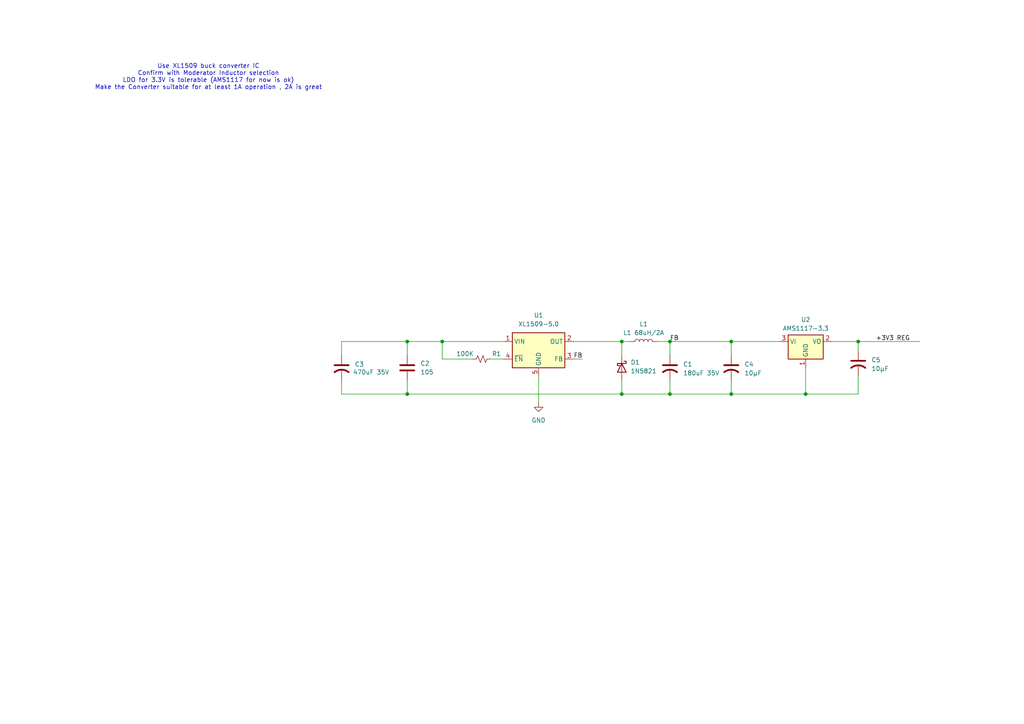
<source format=kicad_sch>
(kicad_sch
	(version 20250114)
	(generator "eeschema")
	(generator_version "9.0")
	(uuid "ae765003-b098-4062-83a2-edfe36020103")
	(paper "A4")
	(lib_symbols
		(symbol "Device:C"
			(pin_numbers
				(hide yes)
			)
			(pin_names
				(offset 0.254)
			)
			(exclude_from_sim no)
			(in_bom yes)
			(on_board yes)
			(property "Reference" "C"
				(at 0.635 2.54 0)
				(effects
					(font
						(size 1.27 1.27)
					)
					(justify left)
				)
			)
			(property "Value" "C"
				(at 0.635 -2.54 0)
				(effects
					(font
						(size 1.27 1.27)
					)
					(justify left)
				)
			)
			(property "Footprint" ""
				(at 0.9652 -3.81 0)
				(effects
					(font
						(size 1.27 1.27)
					)
					(hide yes)
				)
			)
			(property "Datasheet" "~"
				(at 0 0 0)
				(effects
					(font
						(size 1.27 1.27)
					)
					(hide yes)
				)
			)
			(property "Description" "Unpolarized capacitor"
				(at 0 0 0)
				(effects
					(font
						(size 1.27 1.27)
					)
					(hide yes)
				)
			)
			(property "ki_keywords" "cap capacitor"
				(at 0 0 0)
				(effects
					(font
						(size 1.27 1.27)
					)
					(hide yes)
				)
			)
			(property "ki_fp_filters" "C_*"
				(at 0 0 0)
				(effects
					(font
						(size 1.27 1.27)
					)
					(hide yes)
				)
			)
			(symbol "C_0_1"
				(polyline
					(pts
						(xy -2.032 0.762) (xy 2.032 0.762)
					)
					(stroke
						(width 0.508)
						(type default)
					)
					(fill
						(type none)
					)
				)
				(polyline
					(pts
						(xy -2.032 -0.762) (xy 2.032 -0.762)
					)
					(stroke
						(width 0.508)
						(type default)
					)
					(fill
						(type none)
					)
				)
			)
			(symbol "C_1_1"
				(pin passive line
					(at 0 3.81 270)
					(length 2.794)
					(name "~"
						(effects
							(font
								(size 1.27 1.27)
							)
						)
					)
					(number "1"
						(effects
							(font
								(size 1.27 1.27)
							)
						)
					)
				)
				(pin passive line
					(at 0 -3.81 90)
					(length 2.794)
					(name "~"
						(effects
							(font
								(size 1.27 1.27)
							)
						)
					)
					(number "2"
						(effects
							(font
								(size 1.27 1.27)
							)
						)
					)
				)
			)
			(embedded_fonts no)
		)
		(symbol "Device:C_US"
			(pin_numbers
				(hide yes)
			)
			(pin_names
				(offset 0.254)
				(hide yes)
			)
			(exclude_from_sim no)
			(in_bom yes)
			(on_board yes)
			(property "Reference" "C"
				(at 0.635 2.54 0)
				(effects
					(font
						(size 1.27 1.27)
					)
					(justify left)
				)
			)
			(property "Value" "C_US"
				(at 0.635 -2.54 0)
				(effects
					(font
						(size 1.27 1.27)
					)
					(justify left)
				)
			)
			(property "Footprint" ""
				(at 0 0 0)
				(effects
					(font
						(size 1.27 1.27)
					)
					(hide yes)
				)
			)
			(property "Datasheet" ""
				(at 0 0 0)
				(effects
					(font
						(size 1.27 1.27)
					)
					(hide yes)
				)
			)
			(property "Description" "capacitor, US symbol"
				(at 0 0 0)
				(effects
					(font
						(size 1.27 1.27)
					)
					(hide yes)
				)
			)
			(property "ki_keywords" "cap capacitor"
				(at 0 0 0)
				(effects
					(font
						(size 1.27 1.27)
					)
					(hide yes)
				)
			)
			(property "ki_fp_filters" "C_*"
				(at 0 0 0)
				(effects
					(font
						(size 1.27 1.27)
					)
					(hide yes)
				)
			)
			(symbol "C_US_0_1"
				(polyline
					(pts
						(xy -2.032 0.762) (xy 2.032 0.762)
					)
					(stroke
						(width 0.508)
						(type default)
					)
					(fill
						(type none)
					)
				)
				(arc
					(start -2.032 -1.27)
					(mid 0 -0.5572)
					(end 2.032 -1.27)
					(stroke
						(width 0.508)
						(type default)
					)
					(fill
						(type none)
					)
				)
			)
			(symbol "C_US_1_1"
				(pin passive line
					(at 0 3.81 270)
					(length 2.794)
					(name "~"
						(effects
							(font
								(size 1.27 1.27)
							)
						)
					)
					(number "1"
						(effects
							(font
								(size 1.27 1.27)
							)
						)
					)
				)
				(pin passive line
					(at 0 -3.81 90)
					(length 3.302)
					(name "~"
						(effects
							(font
								(size 1.27 1.27)
							)
						)
					)
					(number "2"
						(effects
							(font
								(size 1.27 1.27)
							)
						)
					)
				)
			)
			(embedded_fonts no)
		)
		(symbol "Device:L"
			(pin_numbers
				(hide yes)
			)
			(pin_names
				(offset 1.016)
				(hide yes)
			)
			(exclude_from_sim no)
			(in_bom yes)
			(on_board yes)
			(property "Reference" "L"
				(at -1.27 0 90)
				(effects
					(font
						(size 1.27 1.27)
					)
				)
			)
			(property "Value" "L"
				(at 1.905 0 90)
				(effects
					(font
						(size 1.27 1.27)
					)
				)
			)
			(property "Footprint" ""
				(at 0 0 0)
				(effects
					(font
						(size 1.27 1.27)
					)
					(hide yes)
				)
			)
			(property "Datasheet" "~"
				(at 0 0 0)
				(effects
					(font
						(size 1.27 1.27)
					)
					(hide yes)
				)
			)
			(property "Description" "Inductor"
				(at 0 0 0)
				(effects
					(font
						(size 1.27 1.27)
					)
					(hide yes)
				)
			)
			(property "ki_keywords" "inductor choke coil reactor magnetic"
				(at 0 0 0)
				(effects
					(font
						(size 1.27 1.27)
					)
					(hide yes)
				)
			)
			(property "ki_fp_filters" "Choke_* *Coil* Inductor_* L_*"
				(at 0 0 0)
				(effects
					(font
						(size 1.27 1.27)
					)
					(hide yes)
				)
			)
			(symbol "L_0_1"
				(arc
					(start 0 2.54)
					(mid 0.6323 1.905)
					(end 0 1.27)
					(stroke
						(width 0)
						(type default)
					)
					(fill
						(type none)
					)
				)
				(arc
					(start 0 1.27)
					(mid 0.6323 0.635)
					(end 0 0)
					(stroke
						(width 0)
						(type default)
					)
					(fill
						(type none)
					)
				)
				(arc
					(start 0 0)
					(mid 0.6323 -0.635)
					(end 0 -1.27)
					(stroke
						(width 0)
						(type default)
					)
					(fill
						(type none)
					)
				)
				(arc
					(start 0 -1.27)
					(mid 0.6323 -1.905)
					(end 0 -2.54)
					(stroke
						(width 0)
						(type default)
					)
					(fill
						(type none)
					)
				)
			)
			(symbol "L_1_1"
				(pin passive line
					(at 0 3.81 270)
					(length 1.27)
					(name "1"
						(effects
							(font
								(size 1.27 1.27)
							)
						)
					)
					(number "1"
						(effects
							(font
								(size 1.27 1.27)
							)
						)
					)
				)
				(pin passive line
					(at 0 -3.81 90)
					(length 1.27)
					(name "2"
						(effects
							(font
								(size 1.27 1.27)
							)
						)
					)
					(number "2"
						(effects
							(font
								(size 1.27 1.27)
							)
						)
					)
				)
			)
			(embedded_fonts no)
		)
		(symbol "Device:R_Small_US"
			(pin_numbers
				(hide yes)
			)
			(pin_names
				(offset 0.254)
				(hide yes)
			)
			(exclude_from_sim no)
			(in_bom yes)
			(on_board yes)
			(property "Reference" "R"
				(at 0.762 0.508 0)
				(effects
					(font
						(size 1.27 1.27)
					)
					(justify left)
				)
			)
			(property "Value" "R_Small_US"
				(at 0.762 -1.016 0)
				(effects
					(font
						(size 1.27 1.27)
					)
					(justify left)
				)
			)
			(property "Footprint" ""
				(at 0 0 0)
				(effects
					(font
						(size 1.27 1.27)
					)
					(hide yes)
				)
			)
			(property "Datasheet" "~"
				(at 0 0 0)
				(effects
					(font
						(size 1.27 1.27)
					)
					(hide yes)
				)
			)
			(property "Description" "Resistor, small US symbol"
				(at 0 0 0)
				(effects
					(font
						(size 1.27 1.27)
					)
					(hide yes)
				)
			)
			(property "ki_keywords" "r resistor"
				(at 0 0 0)
				(effects
					(font
						(size 1.27 1.27)
					)
					(hide yes)
				)
			)
			(property "ki_fp_filters" "R_*"
				(at 0 0 0)
				(effects
					(font
						(size 1.27 1.27)
					)
					(hide yes)
				)
			)
			(symbol "R_Small_US_1_1"
				(polyline
					(pts
						(xy 0 1.524) (xy 1.016 1.143) (xy 0 0.762) (xy -1.016 0.381) (xy 0 0)
					)
					(stroke
						(width 0)
						(type default)
					)
					(fill
						(type none)
					)
				)
				(polyline
					(pts
						(xy 0 0) (xy 1.016 -0.381) (xy 0 -0.762) (xy -1.016 -1.143) (xy 0 -1.524)
					)
					(stroke
						(width 0)
						(type default)
					)
					(fill
						(type none)
					)
				)
				(pin passive line
					(at 0 2.54 270)
					(length 1.016)
					(name "~"
						(effects
							(font
								(size 1.27 1.27)
							)
						)
					)
					(number "1"
						(effects
							(font
								(size 1.27 1.27)
							)
						)
					)
				)
				(pin passive line
					(at 0 -2.54 90)
					(length 1.016)
					(name "~"
						(effects
							(font
								(size 1.27 1.27)
							)
						)
					)
					(number "2"
						(effects
							(font
								(size 1.27 1.27)
							)
						)
					)
				)
			)
			(embedded_fonts no)
		)
		(symbol "Diode:1N5821"
			(pin_numbers
				(hide yes)
			)
			(pin_names
				(offset 1.016)
				(hide yes)
			)
			(exclude_from_sim no)
			(in_bom yes)
			(on_board yes)
			(property "Reference" "D"
				(at 0 2.54 0)
				(effects
					(font
						(size 1.27 1.27)
					)
				)
			)
			(property "Value" "1N5821"
				(at 0 -2.54 0)
				(effects
					(font
						(size 1.27 1.27)
					)
				)
			)
			(property "Footprint" "Diode_THT:D_DO-201AD_P15.24mm_Horizontal"
				(at 0 -4.445 0)
				(effects
					(font
						(size 1.27 1.27)
					)
					(hide yes)
				)
			)
			(property "Datasheet" "http://www.vishay.com/docs/88526/1n5820.pdf"
				(at 0 0 0)
				(effects
					(font
						(size 1.27 1.27)
					)
					(hide yes)
				)
			)
			(property "Description" "30V 3A Schottky Barrier Rectifier Diode, DO-201AD"
				(at 0 0 0)
				(effects
					(font
						(size 1.27 1.27)
					)
					(hide yes)
				)
			)
			(property "ki_keywords" "diode Schottky"
				(at 0 0 0)
				(effects
					(font
						(size 1.27 1.27)
					)
					(hide yes)
				)
			)
			(property "ki_fp_filters" "D*DO?201AD*"
				(at 0 0 0)
				(effects
					(font
						(size 1.27 1.27)
					)
					(hide yes)
				)
			)
			(symbol "1N5821_0_1"
				(polyline
					(pts
						(xy -1.905 0.635) (xy -1.905 1.27) (xy -1.27 1.27) (xy -1.27 -1.27) (xy -0.635 -1.27) (xy -0.635 -0.635)
					)
					(stroke
						(width 0.254)
						(type default)
					)
					(fill
						(type none)
					)
				)
				(polyline
					(pts
						(xy 1.27 1.27) (xy 1.27 -1.27) (xy -1.27 0) (xy 1.27 1.27)
					)
					(stroke
						(width 0.254)
						(type default)
					)
					(fill
						(type none)
					)
				)
				(polyline
					(pts
						(xy 1.27 0) (xy -1.27 0)
					)
					(stroke
						(width 0)
						(type default)
					)
					(fill
						(type none)
					)
				)
			)
			(symbol "1N5821_1_1"
				(pin passive line
					(at -3.81 0 0)
					(length 2.54)
					(name "K"
						(effects
							(font
								(size 1.27 1.27)
							)
						)
					)
					(number "1"
						(effects
							(font
								(size 1.27 1.27)
							)
						)
					)
				)
				(pin passive line
					(at 3.81 0 180)
					(length 2.54)
					(name "A"
						(effects
							(font
								(size 1.27 1.27)
							)
						)
					)
					(number "2"
						(effects
							(font
								(size 1.27 1.27)
							)
						)
					)
				)
			)
			(embedded_fonts no)
		)
		(symbol "Regulator_Linear:AMS1117-3.3"
			(exclude_from_sim no)
			(in_bom yes)
			(on_board yes)
			(property "Reference" "U"
				(at -3.81 3.175 0)
				(effects
					(font
						(size 1.27 1.27)
					)
				)
			)
			(property "Value" "AMS1117-3.3"
				(at 0 3.175 0)
				(effects
					(font
						(size 1.27 1.27)
					)
					(justify left)
				)
			)
			(property "Footprint" "Package_TO_SOT_SMD:SOT-223-3_TabPin2"
				(at 0 5.08 0)
				(effects
					(font
						(size 1.27 1.27)
					)
					(hide yes)
				)
			)
			(property "Datasheet" "http://www.advanced-monolithic.com/pdf/ds1117.pdf"
				(at 2.54 -6.35 0)
				(effects
					(font
						(size 1.27 1.27)
					)
					(hide yes)
				)
			)
			(property "Description" "1A Low Dropout regulator, positive, 3.3V fixed output, SOT-223"
				(at 0 0 0)
				(effects
					(font
						(size 1.27 1.27)
					)
					(hide yes)
				)
			)
			(property "ki_keywords" "linear regulator ldo fixed positive"
				(at 0 0 0)
				(effects
					(font
						(size 1.27 1.27)
					)
					(hide yes)
				)
			)
			(property "ki_fp_filters" "SOT?223*TabPin2*"
				(at 0 0 0)
				(effects
					(font
						(size 1.27 1.27)
					)
					(hide yes)
				)
			)
			(symbol "AMS1117-3.3_0_1"
				(rectangle
					(start -5.08 -5.08)
					(end 5.08 1.905)
					(stroke
						(width 0.254)
						(type default)
					)
					(fill
						(type background)
					)
				)
			)
			(symbol "AMS1117-3.3_1_1"
				(pin power_in line
					(at -7.62 0 0)
					(length 2.54)
					(name "VI"
						(effects
							(font
								(size 1.27 1.27)
							)
						)
					)
					(number "3"
						(effects
							(font
								(size 1.27 1.27)
							)
						)
					)
				)
				(pin power_in line
					(at 0 -7.62 90)
					(length 2.54)
					(name "GND"
						(effects
							(font
								(size 1.27 1.27)
							)
						)
					)
					(number "1"
						(effects
							(font
								(size 1.27 1.27)
							)
						)
					)
				)
				(pin power_out line
					(at 7.62 0 180)
					(length 2.54)
					(name "VO"
						(effects
							(font
								(size 1.27 1.27)
							)
						)
					)
					(number "2"
						(effects
							(font
								(size 1.27 1.27)
							)
						)
					)
				)
			)
			(embedded_fonts no)
		)
		(symbol "Regulator_Switching:XL1509-5.0"
			(exclude_from_sim no)
			(in_bom yes)
			(on_board yes)
			(property "Reference" "U"
				(at -7.112 6.096 0)
				(effects
					(font
						(size 1.27 1.27)
					)
				)
			)
			(property "Value" "XL1509-5.0"
				(at 5.842 6.096 0)
				(effects
					(font
						(size 1.27 1.27)
					)
				)
			)
			(property "Footprint" "Package_SO:SOIC-8_3.9x4.9mm_P1.27mm"
				(at 0 8.382 0)
				(effects
					(font
						(size 1.27 1.27)
					)
					(hide yes)
				)
			)
			(property "Datasheet" "https://datasheet.lcsc.com/lcsc/1809050422_XLSEMI-XL1509-5-0E1_C61063.pdf"
				(at 2.54 10.668 0)
				(effects
					(font
						(size 1.27 1.27)
					)
					(hide yes)
				)
			)
			(property "Description" "Buck DC/DC Converter, 2A, 5V Output Voltage, 7-40V Input Voltage"
				(at 0 0 0)
				(effects
					(font
						(size 1.27 1.27)
					)
					(hide yes)
				)
			)
			(property "ki_keywords" "Buck DC/DC Converter"
				(at 0 0 0)
				(effects
					(font
						(size 1.27 1.27)
					)
					(hide yes)
				)
			)
			(property "ki_fp_filters" "SOIC*3.9x4.9mm*P1.27mm*"
				(at 0 0 0)
				(effects
					(font
						(size 1.27 1.27)
					)
					(hide yes)
				)
			)
			(symbol "XL1509-5.0_0_1"
				(rectangle
					(start -7.62 5.08)
					(end 7.62 -5.08)
					(stroke
						(width 0.254)
						(type default)
					)
					(fill
						(type background)
					)
				)
			)
			(symbol "XL1509-5.0_1_1"
				(pin power_in line
					(at -10.16 2.54 0)
					(length 2.54)
					(name "VIN"
						(effects
							(font
								(size 1.27 1.27)
							)
						)
					)
					(number "1"
						(effects
							(font
								(size 1.27 1.27)
							)
						)
					)
				)
				(pin input line
					(at -10.16 -2.54 0)
					(length 2.54)
					(name "~{EN}"
						(effects
							(font
								(size 1.27 1.27)
							)
						)
					)
					(number "4"
						(effects
							(font
								(size 1.27 1.27)
							)
						)
					)
				)
				(pin power_in line
					(at 0 -7.62 90)
					(length 2.54)
					(name "GND"
						(effects
							(font
								(size 1.27 1.27)
							)
						)
					)
					(number "5"
						(effects
							(font
								(size 1.27 1.27)
							)
						)
					)
				)
				(pin passive line
					(at 0 -7.62 90)
					(length 2.54)
					(hide yes)
					(name "GND"
						(effects
							(font
								(size 1.27 1.27)
							)
						)
					)
					(number "6"
						(effects
							(font
								(size 1.27 1.27)
							)
						)
					)
				)
				(pin passive line
					(at 0 -7.62 90)
					(length 2.54)
					(hide yes)
					(name "GND"
						(effects
							(font
								(size 1.27 1.27)
							)
						)
					)
					(number "7"
						(effects
							(font
								(size 1.27 1.27)
							)
						)
					)
				)
				(pin passive line
					(at 0 -7.62 90)
					(length 2.54)
					(hide yes)
					(name "GND"
						(effects
							(font
								(size 1.27 1.27)
							)
						)
					)
					(number "8"
						(effects
							(font
								(size 1.27 1.27)
							)
						)
					)
				)
				(pin power_out line
					(at 10.16 2.54 180)
					(length 2.54)
					(name "OUT"
						(effects
							(font
								(size 1.27 1.27)
							)
						)
					)
					(number "2"
						(effects
							(font
								(size 1.27 1.27)
							)
						)
					)
				)
				(pin input line
					(at 10.16 -2.54 180)
					(length 2.54)
					(name "FB"
						(effects
							(font
								(size 1.27 1.27)
							)
						)
					)
					(number "3"
						(effects
							(font
								(size 1.27 1.27)
							)
						)
					)
				)
			)
			(embedded_fonts no)
		)
		(symbol "power:GND"
			(power)
			(pin_numbers
				(hide yes)
			)
			(pin_names
				(offset 0)
				(hide yes)
			)
			(exclude_from_sim no)
			(in_bom yes)
			(on_board yes)
			(property "Reference" "#PWR"
				(at 0 -6.35 0)
				(effects
					(font
						(size 1.27 1.27)
					)
					(hide yes)
				)
			)
			(property "Value" "GND"
				(at 0 -3.81 0)
				(effects
					(font
						(size 1.27 1.27)
					)
				)
			)
			(property "Footprint" ""
				(at 0 0 0)
				(effects
					(font
						(size 1.27 1.27)
					)
					(hide yes)
				)
			)
			(property "Datasheet" ""
				(at 0 0 0)
				(effects
					(font
						(size 1.27 1.27)
					)
					(hide yes)
				)
			)
			(property "Description" "Power symbol creates a global label with name \"GND\" , ground"
				(at 0 0 0)
				(effects
					(font
						(size 1.27 1.27)
					)
					(hide yes)
				)
			)
			(property "ki_keywords" "global power"
				(at 0 0 0)
				(effects
					(font
						(size 1.27 1.27)
					)
					(hide yes)
				)
			)
			(symbol "GND_0_1"
				(polyline
					(pts
						(xy 0 0) (xy 0 -1.27) (xy 1.27 -1.27) (xy 0 -2.54) (xy -1.27 -1.27) (xy 0 -1.27)
					)
					(stroke
						(width 0)
						(type default)
					)
					(fill
						(type none)
					)
				)
			)
			(symbol "GND_1_1"
				(pin power_in line
					(at 0 0 270)
					(length 0)
					(name "~"
						(effects
							(font
								(size 1.27 1.27)
							)
						)
					)
					(number "1"
						(effects
							(font
								(size 1.27 1.27)
							)
						)
					)
				)
			)
			(embedded_fonts no)
		)
	)
	(text "Use XL1509 buck converter IC\nConfirm with Moderator Inductor selection\nLDO for 3.3V is tolerable (AMS1117 for now is ok)\nMake the Converter suitable for at least 1A operation , 2A is great\n"
		(exclude_from_sim no)
		(at 60.452 22.352 0)
		(effects
			(font
				(size 1.27 1.27)
			)
		)
		(uuid "d02b0ce2-29f9-4775-b5a4-1d2f4f6675eb")
	)
	(junction
		(at 194.31 114.3)
		(diameter 0)
		(color 0 0 0 0)
		(uuid "1c21403f-c583-49ff-bb2e-4d95ff38c895")
	)
	(junction
		(at 118.11 114.3)
		(diameter 0)
		(color 0 0 0 0)
		(uuid "2057fb16-5a98-4a27-9240-70b6ae518546")
	)
	(junction
		(at 248.92 99.06)
		(diameter 0)
		(color 0 0 0 0)
		(uuid "3aea3328-e957-4482-969b-508a152a9377")
	)
	(junction
		(at 180.34 99.06)
		(diameter 0)
		(color 0 0 0 0)
		(uuid "476a11d6-b585-4498-b2d1-e13cacb34dd0")
	)
	(junction
		(at 233.68 114.3)
		(diameter 0)
		(color 0 0 0 0)
		(uuid "494ceff8-480f-4fce-8097-ec5baa6baa88")
	)
	(junction
		(at 128.27 99.06)
		(diameter 0)
		(color 0 0 0 0)
		(uuid "4d5cb38f-cb4e-4e25-b58f-35d977cf3ba1")
	)
	(junction
		(at 180.34 114.3)
		(diameter 0)
		(color 0 0 0 0)
		(uuid "782ca3ef-abf3-4fef-b89a-ce03f6043cbe")
	)
	(junction
		(at 118.11 99.06)
		(diameter 0)
		(color 0 0 0 0)
		(uuid "79f1ffdb-fc67-4e24-97bd-79d51698a16c")
	)
	(junction
		(at 212.09 114.3)
		(diameter 0)
		(color 0 0 0 0)
		(uuid "a4e7815b-22cb-4da7-98a8-dc296d9b41f2")
	)
	(junction
		(at 194.31 99.06)
		(diameter 0)
		(color 0 0 0 0)
		(uuid "a8fdcbab-3632-45ea-a0e2-b3bbd6d4bac4")
	)
	(junction
		(at 212.09 99.06)
		(diameter 0)
		(color 0 0 0 0)
		(uuid "e811bbec-9a05-464d-9cb4-6130fa91f3a6")
	)
	(wire
		(pts
			(xy 194.31 114.3) (xy 212.09 114.3)
		)
		(stroke
			(width 0)
			(type default)
		)
		(uuid "1e26d059-a696-4eef-8046-3085b52145e7")
	)
	(wire
		(pts
			(xy 180.34 114.3) (xy 194.31 114.3)
		)
		(stroke
			(width 0)
			(type default)
		)
		(uuid "1e2a18dc-928d-4412-b339-65ba55a9dbc1")
	)
	(wire
		(pts
			(xy 233.68 106.68) (xy 233.68 114.3)
		)
		(stroke
			(width 0)
			(type default)
		)
		(uuid "2aba8581-0685-4614-8994-000fd60ad088")
	)
	(wire
		(pts
			(xy 233.68 114.3) (xy 248.92 114.3)
		)
		(stroke
			(width 0)
			(type default)
		)
		(uuid "2aeddb23-10c2-46a9-8c8a-afb4811a0ade")
	)
	(wire
		(pts
			(xy 118.11 114.3) (xy 180.34 114.3)
		)
		(stroke
			(width 0)
			(type default)
		)
		(uuid "2e460729-88b4-4924-a1c7-06e988f592d7")
	)
	(wire
		(pts
			(xy 212.09 99.06) (xy 226.06 99.06)
		)
		(stroke
			(width 0)
			(type default)
		)
		(uuid "2ea4e97c-15aa-4f0a-b979-67b9ffda7702")
	)
	(wire
		(pts
			(xy 248.92 99.06) (xy 266.7 99.06)
		)
		(stroke
			(width 0)
			(type default)
		)
		(uuid "37c6cebc-3e27-4721-b0fc-f055cd2bfdb2")
	)
	(wire
		(pts
			(xy 212.09 99.06) (xy 212.09 102.87)
		)
		(stroke
			(width 0)
			(type default)
		)
		(uuid "40ba4917-10aa-4289-8936-cdf5ea400279")
	)
	(wire
		(pts
			(xy 166.37 99.06) (xy 180.34 99.06)
		)
		(stroke
			(width 0)
			(type default)
		)
		(uuid "565dcafb-68ea-459e-b0d5-5690fd03d644")
	)
	(wire
		(pts
			(xy 182.88 99.06) (xy 180.34 99.06)
		)
		(stroke
			(width 0)
			(type default)
		)
		(uuid "584dab38-ba49-41a3-becf-0b38a224ef27")
	)
	(wire
		(pts
			(xy 180.34 110.49) (xy 180.34 114.3)
		)
		(stroke
			(width 0)
			(type default)
		)
		(uuid "5e511b40-9c64-4654-ba6d-9ea90023d95d")
	)
	(wire
		(pts
			(xy 190.5 99.06) (xy 194.31 99.06)
		)
		(stroke
			(width 0)
			(type default)
		)
		(uuid "6aeec266-0796-4186-b1cc-42cb0b30346c")
	)
	(wire
		(pts
			(xy 248.92 109.22) (xy 248.92 114.3)
		)
		(stroke
			(width 0)
			(type default)
		)
		(uuid "6b9fa3b0-f6e9-4143-a734-05204043b8c2")
	)
	(wire
		(pts
			(xy 99.06 99.06) (xy 118.11 99.06)
		)
		(stroke
			(width 0)
			(type default)
		)
		(uuid "6df45c11-066d-4440-a6b6-6b24d72d3497")
	)
	(wire
		(pts
			(xy 156.21 109.22) (xy 156.21 116.84)
		)
		(stroke
			(width 0)
			(type default)
		)
		(uuid "6fc58141-3d3d-4bd8-8f49-e35ca79e8d40")
	)
	(wire
		(pts
			(xy 212.09 110.49) (xy 212.09 114.3)
		)
		(stroke
			(width 0)
			(type default)
		)
		(uuid "75da2394-c2e3-40f7-8d33-714ec207941f")
	)
	(wire
		(pts
			(xy 194.31 99.06) (xy 212.09 99.06)
		)
		(stroke
			(width 0)
			(type default)
		)
		(uuid "7e4e9468-d08b-4fa9-9c9f-3c9dee773e89")
	)
	(wire
		(pts
			(xy 118.11 102.87) (xy 118.11 99.06)
		)
		(stroke
			(width 0)
			(type default)
		)
		(uuid "864adb21-9181-4d41-a3f8-023741013fc8")
	)
	(wire
		(pts
			(xy 118.11 110.49) (xy 118.11 114.3)
		)
		(stroke
			(width 0)
			(type default)
		)
		(uuid "88b242fc-aac9-4fd1-a803-bb3b4d0a8220")
	)
	(wire
		(pts
			(xy 128.27 99.06) (xy 146.05 99.06)
		)
		(stroke
			(width 0)
			(type default)
		)
		(uuid "8dcb5280-7dff-49a4-b701-70159ba869bc")
	)
	(wire
		(pts
			(xy 248.92 99.06) (xy 248.92 101.6)
		)
		(stroke
			(width 0)
			(type default)
		)
		(uuid "8ef5846c-6801-4cb9-a48f-65ff25b0e726")
	)
	(wire
		(pts
			(xy 128.27 104.14) (xy 137.16 104.14)
		)
		(stroke
			(width 0)
			(type default)
		)
		(uuid "8efe6d95-2429-4f99-8272-66c21c2fe4d5")
	)
	(wire
		(pts
			(xy 241.3 99.06) (xy 248.92 99.06)
		)
		(stroke
			(width 0)
			(type default)
		)
		(uuid "9218c6ae-db5c-4c2b-b260-4b11dc6493c8")
	)
	(wire
		(pts
			(xy 194.31 99.06) (xy 194.31 102.87)
		)
		(stroke
			(width 0)
			(type default)
		)
		(uuid "97a95a65-2a9d-416b-ba32-f185c53f7f46")
	)
	(wire
		(pts
			(xy 128.27 99.06) (xy 128.27 104.14)
		)
		(stroke
			(width 0)
			(type default)
		)
		(uuid "9c1bab76-19d5-4fad-ab0e-3c3563ec3a1d")
	)
	(wire
		(pts
			(xy 99.06 102.87) (xy 99.06 99.06)
		)
		(stroke
			(width 0)
			(type default)
		)
		(uuid "a3205ef8-b6f1-4734-8118-d49d1eeaff35")
	)
	(wire
		(pts
			(xy 212.09 114.3) (xy 233.68 114.3)
		)
		(stroke
			(width 0)
			(type default)
		)
		(uuid "c3f599d8-4b5f-4b53-bd6f-144401a2c88e")
	)
	(wire
		(pts
			(xy 99.06 114.3) (xy 118.11 114.3)
		)
		(stroke
			(width 0)
			(type default)
		)
		(uuid "d088d667-9d8b-4962-b380-66e672a132d9")
	)
	(wire
		(pts
			(xy 180.34 99.06) (xy 180.34 102.87)
		)
		(stroke
			(width 0)
			(type default)
		)
		(uuid "d584a342-0ecb-4d0e-8c16-b61e151228c5")
	)
	(wire
		(pts
			(xy 118.11 99.06) (xy 128.27 99.06)
		)
		(stroke
			(width 0)
			(type default)
		)
		(uuid "e10164f9-d4a7-427e-adf2-71ef4ee7faa5")
	)
	(wire
		(pts
			(xy 194.31 110.49) (xy 194.31 114.3)
		)
		(stroke
			(width 0)
			(type default)
		)
		(uuid "e477add9-97c3-485b-a1d4-4015193fd649")
	)
	(wire
		(pts
			(xy 99.06 110.49) (xy 99.06 114.3)
		)
		(stroke
			(width 0)
			(type default)
		)
		(uuid "e583e14b-2599-47d7-820a-2cc54ac8cb18")
	)
	(wire
		(pts
			(xy 166.37 104.14) (xy 168.91 104.14)
		)
		(stroke
			(width 0)
			(type default)
		)
		(uuid "e77dc31f-4ef8-4a93-8016-754d5f3c277e")
	)
	(wire
		(pts
			(xy 142.24 104.14) (xy 146.05 104.14)
		)
		(stroke
			(width 0)
			(type default)
		)
		(uuid "eaf19119-89b7-400f-b3c2-21f7873ce45e")
	)
	(label "+3V3 REG"
		(at 254 99.06 0)
		(effects
			(font
				(size 1.27 1.27)
			)
			(justify left bottom)
		)
		(uuid "17a63b62-802a-4cf4-acda-27c2208c0f0d")
	)
	(label "FB"
		(at 194.31 99.06 0)
		(effects
			(font
				(size 1.27 1.27)
			)
			(justify left bottom)
		)
		(uuid "594c6a30-5db5-4279-843c-d45daf099820")
	)
	(label "FB"
		(at 166.37 104.14 0)
		(effects
			(font
				(size 1.27 1.27)
			)
			(justify left bottom)
		)
		(uuid "5cd61bbc-b9ed-4155-b01a-e94a1c750ccd")
	)
	(symbol
		(lib_id "Device:C_US")
		(at 99.06 106.68 0)
		(unit 1)
		(exclude_from_sim no)
		(in_bom yes)
		(on_board yes)
		(dnp no)
		(uuid "0dd904c9-030e-4d12-ae19-2ee8bf5be9cd")
		(property "Reference" "C3"
			(at 102.87 105.6639 0)
			(effects
				(font
					(size 1.27 1.27)
				)
				(justify left)
			)
		)
		(property "Value" "470uF 35V"
			(at 102.362 107.95 0)
			(effects
				(font
					(size 1.27 1.27)
				)
				(justify left)
			)
		)
		(property "Footprint" ""
			(at 99.06 106.68 0)
			(effects
				(font
					(size 1.27 1.27)
				)
				(hide yes)
			)
		)
		(property "Datasheet" ""
			(at 99.06 106.68 0)
			(effects
				(font
					(size 1.27 1.27)
				)
				(hide yes)
			)
		)
		(property "Description" "capacitor, US symbol"
			(at 99.06 106.68 0)
			(effects
				(font
					(size 1.27 1.27)
				)
				(hide yes)
			)
		)
		(pin "1"
			(uuid "3ec06583-0fd0-4832-a948-041b3362740c")
		)
		(pin "2"
			(uuid "5bd864c9-be1c-4237-b6cd-a92e248979a6")
		)
		(instances
			(project "PowerConverter"
				(path "/ae765003-b098-4062-83a2-edfe36020103"
					(reference "C3")
					(unit 1)
				)
			)
		)
	)
	(symbol
		(lib_id "Regulator_Switching:XL1509-5.0")
		(at 156.21 101.6 0)
		(unit 1)
		(exclude_from_sim no)
		(in_bom yes)
		(on_board yes)
		(dnp no)
		(fields_autoplaced yes)
		(uuid "18ab8da3-1e4a-4e3e-9211-020e78a208c5")
		(property "Reference" "U1"
			(at 156.21 91.44 0)
			(effects
				(font
					(size 1.27 1.27)
				)
			)
		)
		(property "Value" "XL1509-5.0"
			(at 156.21 93.98 0)
			(effects
				(font
					(size 1.27 1.27)
				)
			)
		)
		(property "Footprint" "Package_SO:SOIC-8_3.9x4.9mm_P1.27mm"
			(at 156.21 93.218 0)
			(effects
				(font
					(size 1.27 1.27)
				)
				(hide yes)
			)
		)
		(property "Datasheet" "https://datasheet.lcsc.com/lcsc/1809050422_XLSEMI-XL1509-5-0E1_C61063.pdf"
			(at 158.75 90.932 0)
			(effects
				(font
					(size 1.27 1.27)
				)
				(hide yes)
			)
		)
		(property "Description" "Buck DC/DC Converter, 2A, 5V Output Voltage, 7-40V Input Voltage"
			(at 156.21 101.6 0)
			(effects
				(font
					(size 1.27 1.27)
				)
				(hide yes)
			)
		)
		(pin "6"
			(uuid "3479664d-a67b-4fa1-8544-f4a491d2f15f")
		)
		(pin "1"
			(uuid "e49282ae-7b75-460a-b4c0-d72e05885d17")
		)
		(pin "7"
			(uuid "fc25f1a2-3d6a-4004-831a-50c3a1b3908d")
		)
		(pin "2"
			(uuid "4406a4b8-fcc6-4395-a62e-7ff290926c41")
		)
		(pin "5"
			(uuid "3133501a-12c4-4fb9-95b7-3fd2cd4ce2fd")
		)
		(pin "3"
			(uuid "5d77b4b5-3f8f-4ee7-a7aa-913502c5eab4")
		)
		(pin "8"
			(uuid "b28d026b-2545-41f4-9ea4-06c9169c9e87")
		)
		(pin "4"
			(uuid "c751c3f6-14e8-4be7-a0a1-a4df892e22e9")
		)
		(instances
			(project ""
				(path "/ae765003-b098-4062-83a2-edfe36020103"
					(reference "U1")
					(unit 1)
				)
			)
		)
	)
	(symbol
		(lib_id "Device:C_US")
		(at 212.09 106.68 0)
		(unit 1)
		(exclude_from_sim no)
		(in_bom yes)
		(on_board yes)
		(dnp no)
		(fields_autoplaced yes)
		(uuid "1b94a19f-d6d3-483c-ae57-7a174d54bd8f")
		(property "Reference" "C4"
			(at 215.9 105.6639 0)
			(effects
				(font
					(size 1.27 1.27)
				)
				(justify left)
			)
		)
		(property "Value" "10µF"
			(at 215.9 108.2039 0)
			(effects
				(font
					(size 1.27 1.27)
				)
				(justify left)
			)
		)
		(property "Footprint" ""
			(at 212.09 106.68 0)
			(effects
				(font
					(size 1.27 1.27)
				)
				(hide yes)
			)
		)
		(property "Datasheet" ""
			(at 212.09 106.68 0)
			(effects
				(font
					(size 1.27 1.27)
				)
				(hide yes)
			)
		)
		(property "Description" "capacitor, US symbol"
			(at 212.09 106.68 0)
			(effects
				(font
					(size 1.27 1.27)
				)
				(hide yes)
			)
		)
		(pin "1"
			(uuid "0a447252-0307-41e4-84f2-8b6e8d967c1e")
		)
		(pin "2"
			(uuid "04cd1ae3-1985-4c07-bd2d-021e1a8b2e55")
		)
		(instances
			(project "PowerConverter"
				(path "/ae765003-b098-4062-83a2-edfe36020103"
					(reference "C4")
					(unit 1)
				)
			)
		)
	)
	(symbol
		(lib_id "Device:C_US")
		(at 194.31 106.68 0)
		(unit 1)
		(exclude_from_sim no)
		(in_bom yes)
		(on_board yes)
		(dnp no)
		(fields_autoplaced yes)
		(uuid "65495858-7a30-49b7-97d3-a379cc5ab73a")
		(property "Reference" "C1"
			(at 198.12 105.6639 0)
			(effects
				(font
					(size 1.27 1.27)
				)
				(justify left)
			)
		)
		(property "Value" "180uF 35V"
			(at 198.12 108.2039 0)
			(effects
				(font
					(size 1.27 1.27)
				)
				(justify left)
			)
		)
		(property "Footprint" ""
			(at 194.31 106.68 0)
			(effects
				(font
					(size 1.27 1.27)
				)
				(hide yes)
			)
		)
		(property "Datasheet" ""
			(at 194.31 106.68 0)
			(effects
				(font
					(size 1.27 1.27)
				)
				(hide yes)
			)
		)
		(property "Description" "capacitor, US symbol"
			(at 194.31 106.68 0)
			(effects
				(font
					(size 1.27 1.27)
				)
				(hide yes)
			)
		)
		(pin "1"
			(uuid "f08c807e-8ce8-4339-ad3f-69f9d41b5ea0")
		)
		(pin "2"
			(uuid "3e0d6075-da42-4a0f-b9a9-67c0baeec45e")
		)
		(instances
			(project ""
				(path "/ae765003-b098-4062-83a2-edfe36020103"
					(reference "C1")
					(unit 1)
				)
			)
		)
	)
	(symbol
		(lib_id "Device:C_US")
		(at 248.92 105.41 0)
		(unit 1)
		(exclude_from_sim no)
		(in_bom yes)
		(on_board yes)
		(dnp no)
		(fields_autoplaced yes)
		(uuid "84e57f31-2ea2-4135-aa58-63a9c6f53c62")
		(property "Reference" "C5"
			(at 252.73 104.3939 0)
			(effects
				(font
					(size 1.27 1.27)
				)
				(justify left)
			)
		)
		(property "Value" "10µF"
			(at 252.73 106.9339 0)
			(effects
				(font
					(size 1.27 1.27)
				)
				(justify left)
			)
		)
		(property "Footprint" ""
			(at 248.92 105.41 0)
			(effects
				(font
					(size 1.27 1.27)
				)
				(hide yes)
			)
		)
		(property "Datasheet" ""
			(at 248.92 105.41 0)
			(effects
				(font
					(size 1.27 1.27)
				)
				(hide yes)
			)
		)
		(property "Description" "capacitor, US symbol"
			(at 248.92 105.41 0)
			(effects
				(font
					(size 1.27 1.27)
				)
				(hide yes)
			)
		)
		(pin "1"
			(uuid "1c6783f5-de5e-427e-9746-ca04b222f377")
		)
		(pin "2"
			(uuid "e960b7c1-354d-417f-b614-11e608cb5d5e")
		)
		(instances
			(project "PowerConverter"
				(path "/ae765003-b098-4062-83a2-edfe36020103"
					(reference "C5")
					(unit 1)
				)
			)
		)
	)
	(symbol
		(lib_id "power:GND")
		(at 156.21 116.84 0)
		(unit 1)
		(exclude_from_sim no)
		(in_bom yes)
		(on_board yes)
		(dnp no)
		(fields_autoplaced yes)
		(uuid "883e1ced-6fa9-41bd-a8ab-f3d6f633c124")
		(property "Reference" "#PWR01"
			(at 156.21 123.19 0)
			(effects
				(font
					(size 1.27 1.27)
				)
				(hide yes)
			)
		)
		(property "Value" "GND"
			(at 156.21 121.92 0)
			(effects
				(font
					(size 1.27 1.27)
				)
			)
		)
		(property "Footprint" ""
			(at 156.21 116.84 0)
			(effects
				(font
					(size 1.27 1.27)
				)
				(hide yes)
			)
		)
		(property "Datasheet" ""
			(at 156.21 116.84 0)
			(effects
				(font
					(size 1.27 1.27)
				)
				(hide yes)
			)
		)
		(property "Description" "Power symbol creates a global label with name \"GND\" , ground"
			(at 156.21 116.84 0)
			(effects
				(font
					(size 1.27 1.27)
				)
				(hide yes)
			)
		)
		(pin "1"
			(uuid "3274c363-fc59-4d0f-940a-85e9205fc1a5")
		)
		(instances
			(project ""
				(path "/ae765003-b098-4062-83a2-edfe36020103"
					(reference "#PWR01")
					(unit 1)
				)
			)
		)
	)
	(symbol
		(lib_id "Device:C")
		(at 118.11 106.68 0)
		(unit 1)
		(exclude_from_sim no)
		(in_bom yes)
		(on_board yes)
		(dnp no)
		(fields_autoplaced yes)
		(uuid "b45a62dc-c10d-4009-ab9f-609ffb4ea072")
		(property "Reference" "C2"
			(at 121.92 105.4099 0)
			(effects
				(font
					(size 1.27 1.27)
				)
				(justify left)
			)
		)
		(property "Value" "105"
			(at 121.92 107.9499 0)
			(effects
				(font
					(size 1.27 1.27)
				)
				(justify left)
			)
		)
		(property "Footprint" ""
			(at 119.0752 110.49 0)
			(effects
				(font
					(size 1.27 1.27)
				)
				(hide yes)
			)
		)
		(property "Datasheet" "~"
			(at 118.11 106.68 0)
			(effects
				(font
					(size 1.27 1.27)
				)
				(hide yes)
			)
		)
		(property "Description" "Unpolarized capacitor"
			(at 118.11 106.68 0)
			(effects
				(font
					(size 1.27 1.27)
				)
				(hide yes)
			)
		)
		(pin "2"
			(uuid "70956022-58e3-4589-b71e-46dff3f4cea8")
		)
		(pin "1"
			(uuid "254ee7b5-5d24-4959-917c-de79390280eb")
		)
		(instances
			(project ""
				(path "/ae765003-b098-4062-83a2-edfe36020103"
					(reference "C2")
					(unit 1)
				)
			)
		)
	)
	(symbol
		(lib_id "Device:L")
		(at 186.69 99.06 90)
		(unit 1)
		(exclude_from_sim no)
		(in_bom yes)
		(on_board yes)
		(dnp no)
		(fields_autoplaced yes)
		(uuid "c7202c6a-020c-4431-88b4-861c1c234d5f")
		(property "Reference" "L1"
			(at 186.69 93.98 90)
			(effects
				(font
					(size 1.27 1.27)
				)
			)
		)
		(property "Value" "L1 68uH/2A"
			(at 186.69 96.52 90)
			(effects
				(font
					(size 1.27 1.27)
				)
			)
		)
		(property "Footprint" ""
			(at 186.69 99.06 0)
			(effects
				(font
					(size 1.27 1.27)
				)
				(hide yes)
			)
		)
		(property "Datasheet" "~"
			(at 186.69 99.06 0)
			(effects
				(font
					(size 1.27 1.27)
				)
				(hide yes)
			)
		)
		(property "Description" "Inductor"
			(at 186.69 99.06 0)
			(effects
				(font
					(size 1.27 1.27)
				)
				(hide yes)
			)
		)
		(pin "1"
			(uuid "948bd351-2aa3-4b9d-a3a4-7458dee3d24e")
		)
		(pin "2"
			(uuid "2d112a31-2c21-49c8-ab6e-2940145d135f")
		)
		(instances
			(project ""
				(path "/ae765003-b098-4062-83a2-edfe36020103"
					(reference "L1")
					(unit 1)
				)
			)
		)
	)
	(symbol
		(lib_id "Regulator_Linear:AMS1117-3.3")
		(at 233.68 99.06 0)
		(unit 1)
		(exclude_from_sim no)
		(in_bom yes)
		(on_board yes)
		(dnp no)
		(fields_autoplaced yes)
		(uuid "daef4a16-71ca-4415-b944-dca9649837bd")
		(property "Reference" "U2"
			(at 233.68 92.71 0)
			(effects
				(font
					(size 1.27 1.27)
				)
			)
		)
		(property "Value" "AMS1117-3.3"
			(at 233.68 95.25 0)
			(effects
				(font
					(size 1.27 1.27)
				)
			)
		)
		(property "Footprint" "Package_TO_SOT_SMD:SOT-223-3_TabPin2"
			(at 233.68 93.98 0)
			(effects
				(font
					(size 1.27 1.27)
				)
				(hide yes)
			)
		)
		(property "Datasheet" "http://www.advanced-monolithic.com/pdf/ds1117.pdf"
			(at 236.22 105.41 0)
			(effects
				(font
					(size 1.27 1.27)
				)
				(hide yes)
			)
		)
		(property "Description" "1A Low Dropout regulator, positive, 3.3V fixed output, SOT-223"
			(at 233.68 99.06 0)
			(effects
				(font
					(size 1.27 1.27)
				)
				(hide yes)
			)
		)
		(pin "2"
			(uuid "49b3acad-af26-48fe-ab62-cab65b19af76")
		)
		(pin "3"
			(uuid "4eb12f37-c835-4f91-9bd2-c3cae559f783")
		)
		(pin "1"
			(uuid "8d69c3e8-b70a-438a-b9ea-ac50e059171d")
		)
		(instances
			(project ""
				(path "/ae765003-b098-4062-83a2-edfe36020103"
					(reference "U2")
					(unit 1)
				)
			)
		)
	)
	(symbol
		(lib_id "Device:R_Small_US")
		(at 139.7 104.14 90)
		(unit 1)
		(exclude_from_sim no)
		(in_bom yes)
		(on_board yes)
		(dnp no)
		(uuid "eab05056-705d-4faf-8952-376ca991d687")
		(property "Reference" "R1"
			(at 144.018 102.616 90)
			(effects
				(font
					(size 1.27 1.27)
				)
			)
		)
		(property "Value" "100K"
			(at 134.874 102.616 90)
			(effects
				(font
					(size 1.27 1.27)
				)
			)
		)
		(property "Footprint" ""
			(at 139.7 104.14 0)
			(effects
				(font
					(size 1.27 1.27)
				)
				(hide yes)
			)
		)
		(property "Datasheet" "~"
			(at 139.7 104.14 0)
			(effects
				(font
					(size 1.27 1.27)
				)
				(hide yes)
			)
		)
		(property "Description" "Resistor, small US symbol"
			(at 139.7 104.14 0)
			(effects
				(font
					(size 1.27 1.27)
				)
				(hide yes)
			)
		)
		(pin "1"
			(uuid "4369dc68-299d-45fe-b465-390afaca4572")
		)
		(pin "2"
			(uuid "01fc7aa1-132a-47ea-beda-bf58f1591793")
		)
		(instances
			(project ""
				(path "/ae765003-b098-4062-83a2-edfe36020103"
					(reference "R1")
					(unit 1)
				)
			)
		)
	)
	(symbol
		(lib_id "Diode:1N5821")
		(at 180.34 106.68 270)
		(unit 1)
		(exclude_from_sim no)
		(in_bom yes)
		(on_board yes)
		(dnp no)
		(fields_autoplaced yes)
		(uuid "fc07b20a-289e-4031-a36b-c8eeee862301")
		(property "Reference" "D1"
			(at 182.88 105.0924 90)
			(effects
				(font
					(size 1.27 1.27)
				)
				(justify left)
			)
		)
		(property "Value" "1N5821"
			(at 182.88 107.6324 90)
			(effects
				(font
					(size 1.27 1.27)
				)
				(justify left)
			)
		)
		(property "Footprint" "Diode_THT:D_DO-201AD_P15.24mm_Horizontal"
			(at 175.895 106.68 0)
			(effects
				(font
					(size 1.27 1.27)
				)
				(hide yes)
			)
		)
		(property "Datasheet" "http://www.vishay.com/docs/88526/1n5820.pdf"
			(at 180.34 106.68 0)
			(effects
				(font
					(size 1.27 1.27)
				)
				(hide yes)
			)
		)
		(property "Description" "30V 3A Schottky Barrier Rectifier Diode, DO-201AD"
			(at 180.34 106.68 0)
			(effects
				(font
					(size 1.27 1.27)
				)
				(hide yes)
			)
		)
		(pin "1"
			(uuid "e4b56f22-8217-4bb3-816d-0f24b6c80eab")
		)
		(pin "2"
			(uuid "49462dbf-3ff6-4784-b720-da9e6be488c3")
		)
		(instances
			(project ""
				(path "/ae765003-b098-4062-83a2-edfe36020103"
					(reference "D1")
					(unit 1)
				)
			)
		)
	)
	(sheet_instances
		(path "/"
			(page "1")
		)
	)
	(embedded_fonts no)
)

</source>
